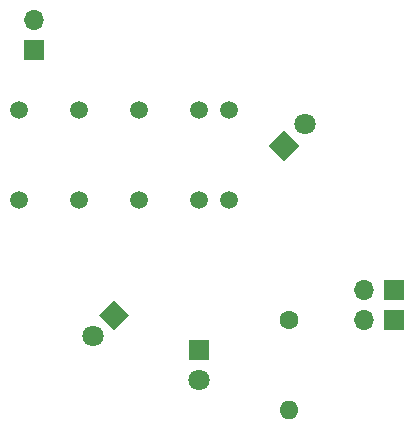
<source format=gtl>
G04 #@! TF.GenerationSoftware,KiCad,Pcbnew,5.1.10*
G04 #@! TF.CreationDate,2021-05-04T21:35:11+02:00*
G04 #@! TF.ProjectId,Weichensimulator-45links,57656963-6865-46e7-9369-6d756c61746f,rev?*
G04 #@! TF.SameCoordinates,Original*
G04 #@! TF.FileFunction,Copper,L1,Top*
G04 #@! TF.FilePolarity,Positive*
%FSLAX46Y46*%
G04 Gerber Fmt 4.6, Leading zero omitted, Abs format (unit mm)*
G04 Created by KiCad (PCBNEW 5.1.10) date 2021-05-04 21:35:11*
%MOMM*%
%LPD*%
G01*
G04 APERTURE LIST*
G04 #@! TA.AperFunction,ComponentPad*
%ADD10C,1.800000*%
G04 #@! TD*
G04 #@! TA.AperFunction,ComponentPad*
%ADD11C,0.100000*%
G04 #@! TD*
G04 #@! TA.AperFunction,ComponentPad*
%ADD12C,1.500000*%
G04 #@! TD*
G04 #@! TA.AperFunction,ComponentPad*
%ADD13R,1.800000X1.800000*%
G04 #@! TD*
G04 #@! TA.AperFunction,ComponentPad*
%ADD14O,1.600000X1.600000*%
G04 #@! TD*
G04 #@! TA.AperFunction,ComponentPad*
%ADD15C,1.600000*%
G04 #@! TD*
G04 #@! TA.AperFunction,ComponentPad*
%ADD16O,1.700000X1.700000*%
G04 #@! TD*
G04 #@! TA.AperFunction,ComponentPad*
%ADD17R,1.700000X1.700000*%
G04 #@! TD*
G04 APERTURE END LIST*
D10*
X160106051Y-98973949D03*
G04 #@! TA.AperFunction,ComponentPad*
D11*
G36*
X158310000Y-102042792D02*
G01*
X157037208Y-100770000D01*
X158310000Y-99497208D01*
X159582792Y-100770000D01*
X158310000Y-102042792D01*
G37*
G04 #@! TD.AperFunction*
D12*
X153670000Y-97790000D03*
X151130000Y-97790000D03*
X146050000Y-97790000D03*
X140970000Y-97790000D03*
X135890000Y-97790000D03*
X135890000Y-105410000D03*
X140970000Y-105410000D03*
X146050000Y-105410000D03*
X151130000Y-105410000D03*
X153670000Y-105410000D03*
D13*
X151130000Y-118110000D03*
D10*
X151130000Y-120650000D03*
X142153949Y-116926051D03*
G04 #@! TA.AperFunction,ComponentPad*
D11*
G36*
X143950000Y-113857208D02*
G01*
X145222792Y-115130000D01*
X143950000Y-116402792D01*
X142677208Y-115130000D01*
X143950000Y-113857208D01*
G37*
G04 #@! TD.AperFunction*
D14*
X158750000Y-123190000D03*
D15*
X158750000Y-115570000D03*
D16*
X137160000Y-90170000D03*
D17*
X137160000Y-92710000D03*
X167640000Y-113030000D03*
D16*
X165100000Y-113030000D03*
X165100000Y-115570000D03*
D17*
X167640000Y-115570000D03*
M02*

</source>
